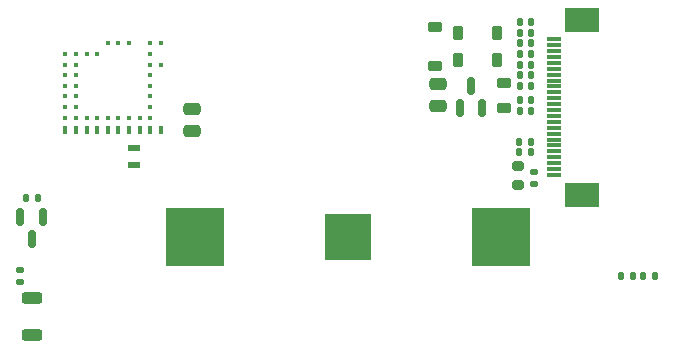
<source format=gbr>
%TF.GenerationSoftware,KiCad,Pcbnew,8.99.0-unknown-77b1d367df~178~ubuntu23.10.1*%
%TF.CreationDate,2024-11-07T11:46:47-05:00*%
%TF.ProjectId,nRF54L_ePaper,6e524635-344c-45f6-9550-617065722e6b,rev?*%
%TF.SameCoordinates,Original*%
%TF.FileFunction,Paste,Bot*%
%TF.FilePolarity,Positive*%
%FSLAX46Y46*%
G04 Gerber Fmt 4.6, Leading zero omitted, Abs format (unit mm)*
G04 Created by KiCad (PCBNEW 8.99.0-unknown-77b1d367df~178~ubuntu23.10.1) date 2024-11-07 11:46:47*
%MOMM*%
%LPD*%
G01*
G04 APERTURE LIST*
G04 Aperture macros list*
%AMRoundRect*
0 Rectangle with rounded corners*
0 $1 Rounding radius*
0 $2 $3 $4 $5 $6 $7 $8 $9 X,Y pos of 4 corners*
0 Add a 4 corners polygon primitive as box body*
4,1,4,$2,$3,$4,$5,$6,$7,$8,$9,$2,$3,0*
0 Add four circle primitives for the rounded corners*
1,1,$1+$1,$2,$3*
1,1,$1+$1,$4,$5*
1,1,$1+$1,$6,$7*
1,1,$1+$1,$8,$9*
0 Add four rect primitives between the rounded corners*
20,1,$1+$1,$2,$3,$4,$5,0*
20,1,$1+$1,$4,$5,$6,$7,0*
20,1,$1+$1,$6,$7,$8,$9,0*
20,1,$1+$1,$8,$9,$2,$3,0*%
G04 Aperture macros list end*
%ADD10RoundRect,0.135000X-0.135000X-0.185000X0.135000X-0.185000X0.135000X0.185000X-0.135000X0.185000X0*%
%ADD11RoundRect,0.135000X-0.185000X0.135000X-0.185000X-0.135000X0.185000X-0.135000X0.185000X0.135000X0*%
%ADD12RoundRect,0.140000X-0.140000X-0.170000X0.140000X-0.170000X0.140000X0.170000X-0.140000X0.170000X0*%
%ADD13RoundRect,0.225000X0.375000X-0.225000X0.375000X0.225000X-0.375000X0.225000X-0.375000X-0.225000X0*%
%ADD14R,1.300000X0.300000*%
%ADD15R,3.000000X2.000000*%
%ADD16RoundRect,0.225000X0.225000X0.375000X-0.225000X0.375000X-0.225000X-0.375000X0.225000X-0.375000X0*%
%ADD17RoundRect,0.200000X-0.275000X0.200000X-0.275000X-0.200000X0.275000X-0.200000X0.275000X0.200000X0*%
%ADD18RoundRect,0.135000X0.135000X0.185000X-0.135000X0.185000X-0.135000X-0.185000X0.135000X-0.185000X0*%
%ADD19R,5.000000X5.000000*%
%ADD20R,4.000000X4.000000*%
%ADD21RoundRect,0.190000X-0.685000X0.285000X-0.685000X-0.285000X0.685000X-0.285000X0.685000X0.285000X0*%
%ADD22RoundRect,0.150000X-0.150000X0.587500X-0.150000X-0.587500X0.150000X-0.587500X0.150000X0.587500X0*%
%ADD23RoundRect,0.250000X0.475000X-0.250000X0.475000X0.250000X-0.475000X0.250000X-0.475000X-0.250000X0*%
%ADD24R,1.100000X0.600000*%
%ADD25RoundRect,0.150000X0.150000X-0.587500X0.150000X0.587500X-0.150000X0.587500X-0.150000X-0.587500X0*%
%ADD26C,0.400000*%
%ADD27R,0.400000X0.500000*%
%ADD28RoundRect,0.218750X-0.381250X0.218750X-0.381250X-0.218750X0.381250X-0.218750X0.381250X0.218750X0*%
G04 APERTURE END LIST*
D10*
%TO.C,R7*%
X101690000Y-60700000D03*
X102710000Y-60700000D03*
%TD*%
%TO.C,R9*%
X152080000Y-67300000D03*
X153100000Y-67300000D03*
%TD*%
D11*
%TO.C,R8*%
X101200000Y-66790000D03*
X101200000Y-67810000D03*
%TD*%
D12*
%TO.C,C23*%
X143495000Y-55925000D03*
X144455000Y-55925000D03*
%TD*%
D13*
%TO.C,D1*%
X136375000Y-49525000D03*
X136375000Y-46225000D03*
%TD*%
D14*
%TO.C,J2*%
X146450000Y-47250000D03*
X146450000Y-47750000D03*
X146450000Y-48250000D03*
X146450000Y-48750000D03*
X146450000Y-49250000D03*
X146450000Y-49750000D03*
X146450000Y-50250000D03*
X146450000Y-50750000D03*
X146450000Y-51250000D03*
X146450000Y-51750000D03*
X146450000Y-52250000D03*
X146450000Y-52750000D03*
X146450000Y-53250000D03*
X146450000Y-53750000D03*
X146450000Y-54250000D03*
X146450000Y-54750000D03*
X146450000Y-55250000D03*
X146450000Y-55750000D03*
X146450000Y-56250000D03*
X146450000Y-56750000D03*
X146450000Y-57250000D03*
X146450000Y-57750000D03*
X146450000Y-58250000D03*
X146450000Y-58750000D03*
D15*
X148800000Y-45600000D03*
X148800000Y-60400000D03*
%TD*%
D12*
%TO.C,C14*%
X143520000Y-46700000D03*
X144480000Y-46700000D03*
%TD*%
D16*
%TO.C,D3*%
X141600000Y-46700000D03*
X138300000Y-46700000D03*
%TD*%
D12*
%TO.C,C24*%
X143495000Y-56800000D03*
X144455000Y-56800000D03*
%TD*%
%TO.C,C20*%
X143520000Y-51200000D03*
X144480000Y-51200000D03*
%TD*%
D11*
%TO.C,R1*%
X144700000Y-58490000D03*
X144700000Y-59510000D03*
%TD*%
D12*
%TO.C,C15*%
X143520000Y-47600000D03*
X144480000Y-47600000D03*
%TD*%
D17*
%TO.C,R3*%
X143400000Y-57975000D03*
X143400000Y-59625000D03*
%TD*%
D12*
%TO.C,C22*%
X143520000Y-52400000D03*
X144480000Y-52400000D03*
%TD*%
%TO.C,C19*%
X143520000Y-50300000D03*
X144480000Y-50300000D03*
%TD*%
D18*
%TO.C,R10*%
X155000000Y-67300000D03*
X153980000Y-67300000D03*
%TD*%
D19*
%TO.C,BT1*%
X116050000Y-64000000D03*
X141950000Y-64000000D03*
D20*
X129000000Y-64000000D03*
%TD*%
D21*
%TO.C,D4*%
X102200000Y-69200000D03*
X102200000Y-72300000D03*
%TD*%
D22*
%TO.C,Q2*%
X101250000Y-62262500D03*
X103150000Y-62262500D03*
X102200000Y-64137500D03*
%TD*%
D12*
%TO.C,C18*%
X143520000Y-49400000D03*
X144480000Y-49400000D03*
%TD*%
D16*
%TO.C,D2*%
X141605000Y-49000000D03*
X138305000Y-49000000D03*
%TD*%
D12*
%TO.C,C17*%
X143520000Y-48500000D03*
X144480000Y-48500000D03*
%TD*%
D23*
%TO.C,C1*%
X115800000Y-55050000D03*
X115800000Y-53150000D03*
%TD*%
D12*
%TO.C,C21*%
X143520000Y-53300000D03*
X144480000Y-53300000D03*
%TD*%
D24*
%TO.C,Y2*%
X110900000Y-57875000D03*
X110900000Y-56475000D03*
%TD*%
D12*
%TO.C,C13*%
X143520000Y-45800000D03*
X144480000Y-45800000D03*
%TD*%
D23*
%TO.C,C2*%
X136630000Y-52940000D03*
X136630000Y-51040000D03*
%TD*%
D25*
%TO.C,Q1*%
X140337500Y-53087500D03*
X138437500Y-53087500D03*
X139387500Y-51212500D03*
%TD*%
D26*
%TO.C,U1*%
X113150000Y-47600000D03*
X113150000Y-49400000D03*
D27*
X113150000Y-55050000D03*
D26*
X113150000Y-54800000D03*
X112250000Y-47600000D03*
X112250000Y-48500000D03*
X112250000Y-49400000D03*
X112250000Y-50300000D03*
X112250000Y-51200000D03*
X112250000Y-52100000D03*
X112250000Y-53000000D03*
X112250000Y-53900000D03*
D27*
X112250000Y-55050000D03*
D26*
X112250000Y-54800000D03*
X111350000Y-53900000D03*
D27*
X111350000Y-55050000D03*
D26*
X111350000Y-54800000D03*
X110450000Y-47600000D03*
X110450000Y-53900000D03*
D27*
X110450000Y-55050000D03*
D26*
X110450000Y-54800000D03*
X109550000Y-47600000D03*
X109550000Y-53900000D03*
D27*
X109550000Y-55050000D03*
D26*
X109550000Y-54800000D03*
X108650000Y-47600000D03*
X108650000Y-53900000D03*
D27*
X108650000Y-55050000D03*
D26*
X108650000Y-54800000D03*
X107750000Y-48500000D03*
X107750000Y-53900000D03*
D27*
X107750000Y-55050000D03*
D26*
X107750000Y-54800000D03*
X106850000Y-48500000D03*
X106850000Y-53900000D03*
D27*
X106850000Y-55050000D03*
D26*
X106850000Y-54800000D03*
X105950000Y-48500000D03*
X105950000Y-49400000D03*
X105950000Y-50300000D03*
X105950000Y-51200000D03*
X105950000Y-52100000D03*
X105950000Y-53000000D03*
X105950000Y-53900000D03*
D27*
X105950000Y-55050000D03*
D26*
X105950000Y-54800000D03*
X105050000Y-48500000D03*
X105050000Y-49400000D03*
X105050000Y-50300000D03*
X105050000Y-51200000D03*
X105050000Y-52100000D03*
X105050000Y-53000000D03*
X105050000Y-53900000D03*
D27*
X105050000Y-55050000D03*
D26*
X105050000Y-54800000D03*
%TD*%
D28*
%TO.C,L4*%
X142200000Y-50937500D03*
X142200000Y-53062500D03*
%TD*%
M02*

</source>
